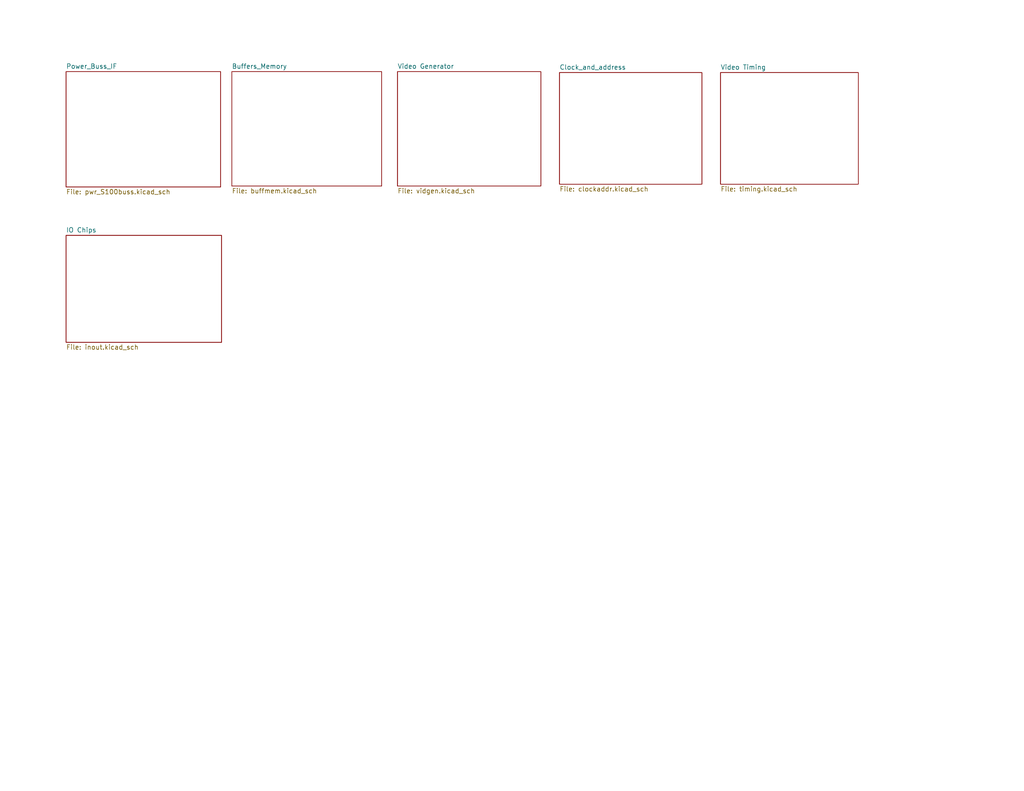
<source format=kicad_sch>
(kicad_sch (version 20211123) (generator eeschema)
  (paper "USLetter")
  (title_block (title "Lomas Color Magic Redux") (date "2023-04-14") (rev "1.0-001") (company "Lomas Data Produtcs") (comment 1 "Redraw/modifications (c) Richard A. Cini") (comment 2 "Schematic page 1A"))
  (lib_symbols)
  (sheet (at 63.246 19.558) (size 40.894 31.242) (stroke (width 0.1524))
    (property "Sheet name" "Buffers_Memory" (at 63.246 18.8464 0) (effects (justify left bottom)))
    (property "Sheet file" "buffmem.kicad_sch" (at 63.246 51.3846 0) (effects (justify left top)))
  )
  (sheet (at 18.034 64.262) (size 42.418 29.21) (stroke (width 0.1524))
    (property "Sheet name" "IO Chips" (at 18.034 63.5504 0) (effects (justify left bottom)))
    (property "Sheet file" "inout.kicad_sch" (at 18.034 94.0566 0) (effects (justify left top)))
  )
  (sheet (at 18.034 19.558) (size 42.164 31.496) (stroke (width 0.1524))
    (property "Sheet name" "Power_Buss_IF" (at 18.034 18.8464 0) (effects (justify left bottom)))
    (property "Sheet file" "pwr_S100buss.kicad_sch" (at 18.034 51.6386 0) (effects (justify left top)))
  )
  (sheet (at 152.654 19.812) (size 38.862 30.48) (stroke (width 0.1524))
    (property "Sheet name" "Clock_and_address" (at 152.654 19.1004 0) (effects (justify left bottom)))
    (property "Sheet file" "clockaddr.kicad_sch" (at 152.654 50.8766 0) (effects (justify left top)))
  )
  (sheet (at 108.458 19.558) (size 39.116 31.242) (stroke (width 0.1524))
    (property "Sheet name" "Video Generator" (at 108.458 18.8464 0) (effects (justify left bottom)))
    (property "Sheet file" "vidgen.kicad_sch" (at 108.458 51.3846 0) (effects (justify left top)))
  )
  (sheet (at 196.596 19.812) (size 37.592 30.48) (stroke (width 0.1524))
    (property "Sheet name" "Video Timing" (at 196.596 19.1004 0) (effects (justify left bottom)))
    (property "Sheet file" "timing.kicad_sch" (at 196.596 50.8766 0) (effects (justify left top)))
  )
)
</source>
